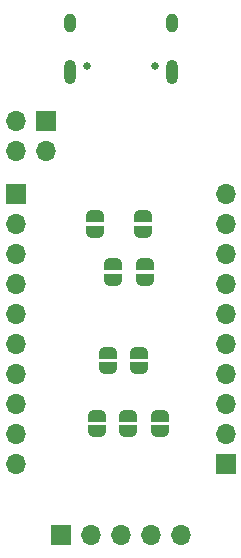
<source format=gbr>
%TF.GenerationSoftware,KiCad,Pcbnew,(6.0.4)*%
%TF.CreationDate,2022-06-12T07:49:14+08:00*%
%TF.ProjectId,G030F6P6_test,47303330-4636-4503-965f-746573742e6b,rev?*%
%TF.SameCoordinates,Original*%
%TF.FileFunction,Soldermask,Bot*%
%TF.FilePolarity,Negative*%
%FSLAX46Y46*%
G04 Gerber Fmt 4.6, Leading zero omitted, Abs format (unit mm)*
G04 Created by KiCad (PCBNEW (6.0.4)) date 2022-06-12 07:49:14*
%MOMM*%
%LPD*%
G01*
G04 APERTURE LIST*
G04 Aperture macros list*
%AMFreePoly0*
4,1,22,0.500000,-0.750000,0.000000,-0.750000,0.000000,-0.745033,-0.079941,-0.743568,-0.215256,-0.701293,-0.333266,-0.622738,-0.424486,-0.514219,-0.481581,-0.384460,-0.499164,-0.250000,-0.500000,-0.250000,-0.500000,0.250000,-0.499164,0.250000,-0.499963,0.256109,-0.478152,0.396186,-0.417904,0.524511,-0.324060,0.630769,-0.204165,0.706417,-0.067858,0.745374,0.000000,0.744959,0.000000,0.750000,
0.500000,0.750000,0.500000,-0.750000,0.500000,-0.750000,$1*%
%AMFreePoly1*
4,1,20,0.000000,0.744959,0.073905,0.744508,0.209726,0.703889,0.328688,0.626782,0.421226,0.519385,0.479903,0.390333,0.500000,0.250000,0.500000,-0.250000,0.499851,-0.262216,0.476331,-0.402017,0.414519,-0.529596,0.319384,-0.634700,0.198574,-0.708877,0.061801,-0.746166,0.000000,-0.745033,0.000000,-0.750000,-0.500000,-0.750000,-0.500000,0.750000,0.000000,0.750000,0.000000,0.744959,
0.000000,0.744959,$1*%
G04 Aperture macros list end*
%ADD10R,1.700000X1.700000*%
%ADD11O,1.700000X1.700000*%
%ADD12C,0.650000*%
%ADD13O,1.000000X1.600000*%
%ADD14O,1.000000X2.100000*%
%ADD15FreePoly0,270.000000*%
%ADD16FreePoly1,270.000000*%
%ADD17FreePoly0,90.000000*%
%ADD18FreePoly1,90.000000*%
G04 APERTURE END LIST*
D10*
%TO.C,J2*%
X139700000Y-96520000D03*
D11*
X139700000Y-93980000D03*
X139700000Y-91440000D03*
X139700000Y-88900000D03*
X139700000Y-86360000D03*
X139700000Y-83820000D03*
X139700000Y-81280000D03*
X139700000Y-78740000D03*
X139700000Y-76200000D03*
X139700000Y-73660000D03*
%TD*%
D12*
%TO.C,J3*%
X133700000Y-62798000D03*
X127920000Y-62798000D03*
D13*
X135130000Y-59148000D03*
X126490000Y-59148000D03*
D14*
X135130000Y-63328000D03*
X126490000Y-63328000D03*
%TD*%
D10*
%TO.C,J4*%
X124460000Y-67437000D03*
D11*
X121920000Y-67437000D03*
X124460000Y-69977000D03*
X121920000Y-69977000D03*
%TD*%
D10*
%TO.C,J1*%
X121920000Y-73660000D03*
D11*
X121920000Y-76200000D03*
X121920000Y-78740000D03*
X121920000Y-81280000D03*
X121920000Y-83820000D03*
X121920000Y-86360000D03*
X121920000Y-88900000D03*
X121920000Y-91440000D03*
X121920000Y-93980000D03*
X121920000Y-96520000D03*
%TD*%
D10*
%TO.C,J5*%
X125730000Y-102500000D03*
D11*
X128270000Y-102500000D03*
X130810000Y-102500000D03*
X133350000Y-102500000D03*
X135890000Y-102500000D03*
%TD*%
D15*
%TO.C,JP3*%
X130175000Y-79614000D03*
D16*
X130175000Y-80914000D03*
%TD*%
D17*
%TO.C,JP7*%
X134112000Y-93726000D03*
D18*
X134112000Y-92426000D03*
%TD*%
D17*
%TO.C,JP9*%
X128778000Y-93756000D03*
D18*
X128778000Y-92456000D03*
%TD*%
D15*
%TO.C,JP6*%
X129707000Y-87107000D03*
D16*
X129707000Y-88407000D03*
%TD*%
D15*
%TO.C,JP4*%
X132842000Y-79614000D03*
D16*
X132842000Y-80914000D03*
%TD*%
D15*
%TO.C,JP2*%
X128651000Y-75550000D03*
D16*
X128651000Y-76850000D03*
%TD*%
D17*
%TO.C,JP8*%
X131445000Y-93741000D03*
D18*
X131445000Y-92441000D03*
%TD*%
D15*
%TO.C,JP1*%
X132715000Y-75550000D03*
D16*
X132715000Y-76850000D03*
%TD*%
D15*
%TO.C,JP5*%
X132359000Y-87107000D03*
D16*
X132359000Y-88407000D03*
%TD*%
M02*

</source>
